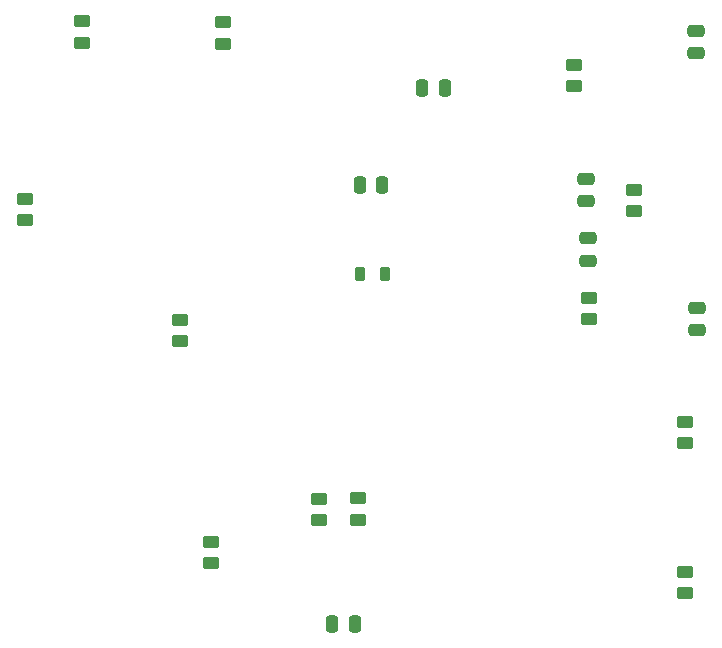
<source format=gbr>
%TF.GenerationSoftware,KiCad,Pcbnew,7.0.10*%
%TF.CreationDate,2024-03-15T07:12:17+07:00*%
%TF.ProjectId,Oxygen Monitoring,4f787967-656e-4204-9d6f-6e69746f7269,rev?*%
%TF.SameCoordinates,Original*%
%TF.FileFunction,Paste,Bot*%
%TF.FilePolarity,Positive*%
%FSLAX46Y46*%
G04 Gerber Fmt 4.6, Leading zero omitted, Abs format (unit mm)*
G04 Created by KiCad (PCBNEW 7.0.10) date 2024-03-15 07:12:17*
%MOMM*%
%LPD*%
G01*
G04 APERTURE LIST*
G04 Aperture macros list*
%AMRoundRect*
0 Rectangle with rounded corners*
0 $1 Rounding radius*
0 $2 $3 $4 $5 $6 $7 $8 $9 X,Y pos of 4 corners*
0 Add a 4 corners polygon primitive as box body*
4,1,4,$2,$3,$4,$5,$6,$7,$8,$9,$2,$3,0*
0 Add four circle primitives for the rounded corners*
1,1,$1+$1,$2,$3*
1,1,$1+$1,$4,$5*
1,1,$1+$1,$6,$7*
1,1,$1+$1,$8,$9*
0 Add four rect primitives between the rounded corners*
20,1,$1+$1,$2,$3,$4,$5,0*
20,1,$1+$1,$4,$5,$6,$7,0*
20,1,$1+$1,$6,$7,$8,$9,0*
20,1,$1+$1,$8,$9,$2,$3,0*%
G04 Aperture macros list end*
%ADD10RoundRect,0.250000X0.450000X-0.262500X0.450000X0.262500X-0.450000X0.262500X-0.450000X-0.262500X0*%
%ADD11RoundRect,0.250000X-0.450000X0.262500X-0.450000X-0.262500X0.450000X-0.262500X0.450000X0.262500X0*%
%ADD12RoundRect,0.250000X0.475000X-0.250000X0.475000X0.250000X-0.475000X0.250000X-0.475000X-0.250000X0*%
%ADD13RoundRect,0.250000X0.250000X0.475000X-0.250000X0.475000X-0.250000X-0.475000X0.250000X-0.475000X0*%
%ADD14RoundRect,0.250000X-0.475000X0.250000X-0.475000X-0.250000X0.475000X-0.250000X0.475000X0.250000X0*%
%ADD15RoundRect,0.218750X-0.218750X-0.381250X0.218750X-0.381250X0.218750X0.381250X-0.218750X0.381250X0*%
%ADD16RoundRect,0.250000X-0.250000X-0.475000X0.250000X-0.475000X0.250000X0.475000X-0.250000X0.475000X0*%
G04 APERTURE END LIST*
D10*
%TO.C,R10*%
X119587000Y-44255000D03*
X119587000Y-42430000D03*
%TD*%
D11*
%TO.C,R7*%
X114507000Y-31865500D03*
X114507000Y-33690500D03*
%TD*%
D12*
%TO.C,C27*%
X124900000Y-54350000D03*
X124900000Y-52450000D03*
%TD*%
D10*
%TO.C,R16*%
X96266000Y-70381500D03*
X96266000Y-68556500D03*
%TD*%
D13*
%TO.C,C41*%
X95950000Y-79200000D03*
X94050000Y-79200000D03*
%TD*%
D14*
%TO.C,C28*%
X124866400Y-28971200D03*
X124866400Y-30871200D03*
%TD*%
D15*
%TO.C,FB1*%
X96375000Y-49542000D03*
X98500000Y-49542000D03*
%TD*%
D13*
%TO.C,C15*%
X103559200Y-33822000D03*
X101659200Y-33822000D03*
%TD*%
D10*
%TO.C,R17*%
X92964000Y-70405000D03*
X92964000Y-68580000D03*
%TD*%
%TO.C,R18*%
X83820000Y-74064500D03*
X83820000Y-72239500D03*
%TD*%
%TO.C,R26*%
X123952000Y-76604500D03*
X123952000Y-74779500D03*
%TD*%
D11*
%TO.C,R4*%
X81181500Y-53443500D03*
X81181500Y-55268500D03*
%TD*%
%TO.C,R25*%
X123952000Y-62079500D03*
X123952000Y-63904500D03*
%TD*%
D10*
%TO.C,R9*%
X115750000Y-53412500D03*
X115750000Y-51587500D03*
%TD*%
D16*
%TO.C,C22*%
X96400000Y-42050000D03*
X98300000Y-42050000D03*
%TD*%
D12*
%TO.C,C24*%
X115550000Y-43400000D03*
X115550000Y-41500000D03*
%TD*%
%TO.C,C25*%
X115700000Y-48450000D03*
X115700000Y-46550000D03*
%TD*%
D10*
%TO.C,R5*%
X84806400Y-30062500D03*
X84806400Y-28237500D03*
%TD*%
D11*
%TO.C,R1*%
X68072000Y-43180000D03*
X68072000Y-45005000D03*
%TD*%
D10*
%TO.C,R6*%
X72864800Y-30012500D03*
X72864800Y-28187500D03*
%TD*%
M02*

</source>
